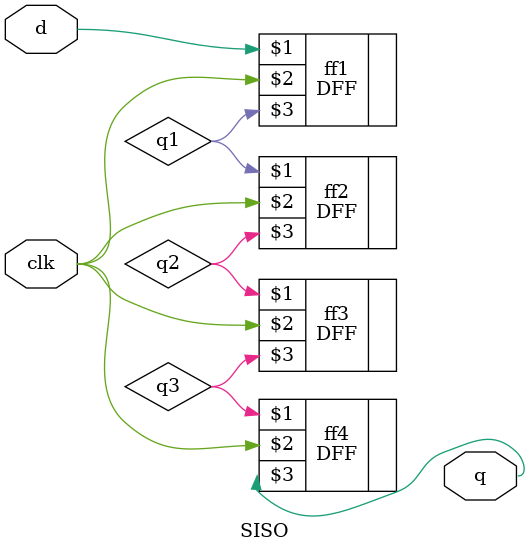
<source format=v>
`timescale 1ns / 1ps

// Author      : Venu Pabbuleti 
// ID          : N180116
//Branch       : ECE
//Project Name : RTL design using Verilog
//Design  Name : SERIAL IN SERIAL OUT[SISO] SHIFT REGISTER
//Module  Name : SISO
//RGUKT NUZVID 
//////////////////////////////////////////////////////////////////////////////////


module SISO(d,clk,q);
input d,clk;
output q;
wire q1,q2,q3;
DFF ff1(d, clk, q1);
DFF ff2(q1, clk, q2);
DFF ff3(q2, clk, q3);
DFF ff4(q3, clk, q);
endmodule


</source>
